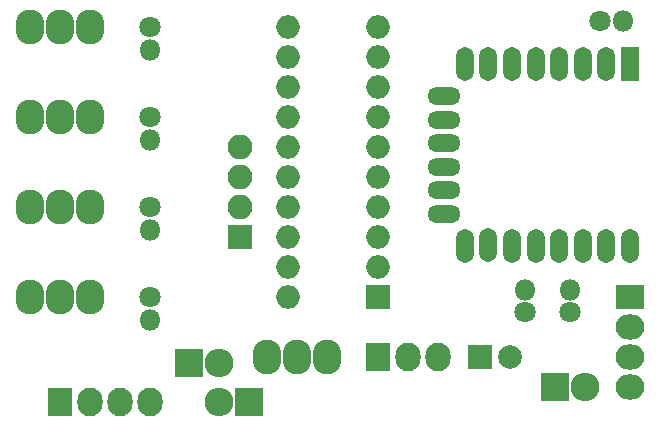
<source format=gbr>
G04 #@! TF.FileFunction,Soldermask,Top*
%FSLAX46Y46*%
G04 Gerber Fmt 4.6, Leading zero omitted, Abs format (unit mm)*
G04 Created by KiCad (PCBNEW 4.0.5) date 02/09/17 22:31:50*
%MOMM*%
%LPD*%
G01*
G04 APERTURE LIST*
%ADD10C,0.100000*%
%ADD11R,2.000000X2.000000*%
%ADD12C,2.000000*%
%ADD13R,1.500000X2.900000*%
%ADD14O,1.500000X2.900000*%
%ADD15O,2.800000X1.500000*%
%ADD16O,2.432000X2.940000*%
%ADD17R,2.100000X2.100000*%
%ADD18O,2.100000X2.100000*%
%ADD19C,1.800000*%
%ADD20O,1.800000X1.800000*%
%ADD21R,2.432000X2.127200*%
%ADD22O,2.432000X2.127200*%
%ADD23R,2.127200X2.432000*%
%ADD24O,2.127200X2.432000*%
%ADD25R,2.432000X2.432000*%
%ADD26O,2.432000X2.432000*%
%ADD27O,2.000000X2.000000*%
G04 APERTURE END LIST*
D10*
D11*
X158750000Y-106680000D03*
D12*
X161250000Y-106680000D03*
D13*
X171450000Y-81850000D03*
D14*
X169450000Y-81850000D03*
X167450000Y-81850000D03*
X165450000Y-81850000D03*
X163450000Y-81850000D03*
X161450000Y-81850000D03*
X159450000Y-81850000D03*
X157450000Y-81850000D03*
X157450000Y-97250000D03*
X159450000Y-97150000D03*
X161450000Y-97250000D03*
X163450000Y-97250000D03*
X165450000Y-97250000D03*
X167450000Y-97250000D03*
X169450000Y-97250000D03*
X171450000Y-97250000D03*
D15*
X155700000Y-84540000D03*
X155700000Y-86540000D03*
X155700000Y-88540000D03*
X155700000Y-90540000D03*
X155700000Y-92540000D03*
X155700000Y-94540000D03*
D16*
X123190000Y-93980000D03*
X120650000Y-93980000D03*
X125730000Y-93980000D03*
X123190000Y-78740000D03*
X120650000Y-78740000D03*
X125730000Y-78740000D03*
X123190000Y-101600000D03*
X120650000Y-101600000D03*
X125730000Y-101600000D03*
D17*
X138430000Y-96520000D03*
D18*
X138430000Y-93980000D03*
X138430000Y-91440000D03*
X138430000Y-88900000D03*
D19*
X130810000Y-101600000D03*
D20*
X130810000Y-103500000D03*
D19*
X130810000Y-93980000D03*
D20*
X130810000Y-95880000D03*
D19*
X130810000Y-86360000D03*
D20*
X130810000Y-88260000D03*
D19*
X130810000Y-78740000D03*
D20*
X130810000Y-80640000D03*
D21*
X171450000Y-101600000D03*
D22*
X171450000Y-104140000D03*
X171450000Y-106680000D03*
X171450000Y-109220000D03*
D23*
X123190000Y-110490000D03*
D24*
X125730000Y-110490000D03*
X128270000Y-110490000D03*
X130810000Y-110490000D03*
D25*
X134112000Y-107188000D03*
D26*
X136652000Y-107188000D03*
D19*
X166370000Y-102870000D03*
D20*
X166370000Y-100970000D03*
D19*
X168910000Y-78232000D03*
D20*
X170810000Y-78232000D03*
D16*
X123190000Y-86360000D03*
X120650000Y-86360000D03*
X125730000Y-86360000D03*
D11*
X150114000Y-101600000D03*
D27*
X142494000Y-78740000D03*
X150114000Y-99060000D03*
X142494000Y-81280000D03*
X150114000Y-96520000D03*
X142494000Y-83820000D03*
X150114000Y-93980000D03*
X142494000Y-86360000D03*
X150114000Y-91440000D03*
X142494000Y-88900000D03*
X150114000Y-88900000D03*
X142494000Y-91440000D03*
X150114000Y-86360000D03*
X142494000Y-93980000D03*
X150114000Y-83820000D03*
X142494000Y-96520000D03*
X150114000Y-81280000D03*
X142494000Y-99060000D03*
X150114000Y-78740000D03*
X142494000Y-101600000D03*
D25*
X139192000Y-110490000D03*
D26*
X136652000Y-110490000D03*
D25*
X165100000Y-109220000D03*
D26*
X167640000Y-109220000D03*
D23*
X150114000Y-106680000D03*
D24*
X152654000Y-106680000D03*
X155194000Y-106680000D03*
D19*
X162560000Y-102870000D03*
D20*
X162560000Y-100970000D03*
D16*
X143256000Y-106680000D03*
X145796000Y-106680000D03*
X140716000Y-106680000D03*
M02*

</source>
